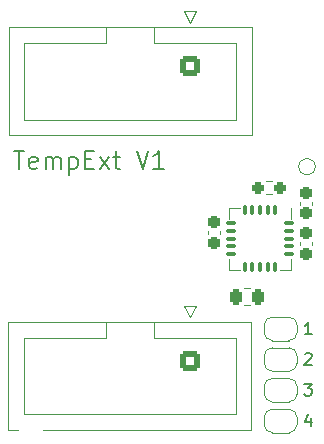
<source format=gto>
G04 #@! TF.GenerationSoftware,KiCad,Pcbnew,6.0.10-86aedd382b~118~ubuntu20.04.1*
G04 #@! TF.CreationDate,2023-01-08T02:49:30+01:00*
G04 #@! TF.ProjectId,TempExt,54656d70-4578-4742-9e6b-696361645f70,rev?*
G04 #@! TF.SameCoordinates,Original*
G04 #@! TF.FileFunction,Legend,Top*
G04 #@! TF.FilePolarity,Positive*
%FSLAX46Y46*%
G04 Gerber Fmt 4.6, Leading zero omitted, Abs format (unit mm)*
G04 Created by KiCad (PCBNEW 6.0.10-86aedd382b~118~ubuntu20.04.1) date 2023-01-08 02:49:30*
%MOMM*%
%LPD*%
G01*
G04 APERTURE LIST*
G04 Aperture macros list*
%AMRoundRect*
0 Rectangle with rounded corners*
0 $1 Rounding radius*
0 $2 $3 $4 $5 $6 $7 $8 $9 X,Y pos of 4 corners*
0 Add a 4 corners polygon primitive as box body*
4,1,4,$2,$3,$4,$5,$6,$7,$8,$9,$2,$3,0*
0 Add four circle primitives for the rounded corners*
1,1,$1+$1,$2,$3*
1,1,$1+$1,$4,$5*
1,1,$1+$1,$6,$7*
1,1,$1+$1,$8,$9*
0 Add four rect primitives between the rounded corners*
20,1,$1+$1,$2,$3,$4,$5,0*
20,1,$1+$1,$4,$5,$6,$7,0*
20,1,$1+$1,$6,$7,$8,$9,0*
20,1,$1+$1,$8,$9,$2,$3,0*%
%AMFreePoly0*
4,1,20,0.000000,0.744959,0.073905,0.744508,0.209726,0.703889,0.328688,0.626782,0.421226,0.519385,0.479903,0.390333,0.500000,0.250000,0.500000,-0.250000,0.499851,-0.262216,0.476331,-0.402017,0.414519,-0.529596,0.319384,-0.634700,0.198574,-0.708877,0.061801,-0.746166,0.000000,-0.745033,0.000000,-0.750000,-0.500000,-0.750000,-0.500000,0.750000,0.000000,0.750000,0.000000,0.744959,
0.000000,0.744959,$1*%
%AMFreePoly1*
4,1,22,0.500000,-0.750000,0.000000,-0.750000,0.000000,-0.745033,-0.079941,-0.743568,-0.215256,-0.701293,-0.333266,-0.622738,-0.424486,-0.514219,-0.481581,-0.384460,-0.499164,-0.250000,-0.500000,-0.250000,-0.500000,0.250000,-0.499164,0.250000,-0.499963,0.256109,-0.478152,0.396186,-0.417904,0.524511,-0.324060,0.630769,-0.204165,0.706417,-0.067858,0.745374,0.000000,0.744959,0.000000,0.750000,
0.500000,0.750000,0.500000,-0.750000,0.500000,-0.750000,$1*%
G04 Aperture macros list end*
%ADD10C,0.200000*%
%ADD11C,0.150000*%
%ADD12C,0.120000*%
%ADD13C,1.000000*%
%ADD14C,2.500000*%
%ADD15RoundRect,0.250000X-0.262500X-0.450000X0.262500X-0.450000X0.262500X0.450000X-0.262500X0.450000X0*%
%ADD16RoundRect,0.250000X-0.600000X0.600000X-0.600000X-0.600000X0.600000X-0.600000X0.600000X0.600000X0*%
%ADD17C,1.700000*%
%ADD18FreePoly0,180.000000*%
%ADD19FreePoly1,180.000000*%
%ADD20C,2.100000*%
%ADD21RoundRect,0.237500X0.237500X-0.300000X0.237500X0.300000X-0.237500X0.300000X-0.237500X-0.300000X0*%
%ADD22RoundRect,0.237500X0.250000X0.237500X-0.250000X0.237500X-0.250000X-0.237500X0.250000X-0.237500X0*%
%ADD23RoundRect,0.237500X-0.237500X0.300000X-0.237500X-0.300000X0.237500X-0.300000X0.237500X0.300000X0*%
%ADD24R,3.250000X3.250000*%
%ADD25RoundRect,0.075000X-0.337500X0.075000X-0.337500X-0.075000X0.337500X-0.075000X0.337500X0.075000X0*%
%ADD26RoundRect,0.075000X-0.075000X0.337500X-0.075000X-0.337500X0.075000X-0.337500X0.075000X0.337500X0*%
G04 APERTURE END LIST*
D10*
X110107142Y-105178571D02*
X110964285Y-105178571D01*
X110535714Y-106678571D02*
X110535714Y-105178571D01*
X112035714Y-106607142D02*
X111892857Y-106678571D01*
X111607142Y-106678571D01*
X111464285Y-106607142D01*
X111392857Y-106464285D01*
X111392857Y-105892857D01*
X111464285Y-105750000D01*
X111607142Y-105678571D01*
X111892857Y-105678571D01*
X112035714Y-105750000D01*
X112107142Y-105892857D01*
X112107142Y-106035714D01*
X111392857Y-106178571D01*
X112750000Y-106678571D02*
X112750000Y-105678571D01*
X112750000Y-105821428D02*
X112821428Y-105750000D01*
X112964285Y-105678571D01*
X113178571Y-105678571D01*
X113321428Y-105750000D01*
X113392857Y-105892857D01*
X113392857Y-106678571D01*
X113392857Y-105892857D02*
X113464285Y-105750000D01*
X113607142Y-105678571D01*
X113821428Y-105678571D01*
X113964285Y-105750000D01*
X114035714Y-105892857D01*
X114035714Y-106678571D01*
X114750000Y-105678571D02*
X114750000Y-107178571D01*
X114750000Y-105750000D02*
X114892857Y-105678571D01*
X115178571Y-105678571D01*
X115321428Y-105750000D01*
X115392857Y-105821428D01*
X115464285Y-105964285D01*
X115464285Y-106392857D01*
X115392857Y-106535714D01*
X115321428Y-106607142D01*
X115178571Y-106678571D01*
X114892857Y-106678571D01*
X114750000Y-106607142D01*
X116107142Y-105892857D02*
X116607142Y-105892857D01*
X116821428Y-106678571D02*
X116107142Y-106678571D01*
X116107142Y-105178571D01*
X116821428Y-105178571D01*
X117321428Y-106678571D02*
X118107142Y-105678571D01*
X117321428Y-105678571D02*
X118107142Y-106678571D01*
X118464285Y-105678571D02*
X119035714Y-105678571D01*
X118678571Y-105178571D02*
X118678571Y-106464285D01*
X118750000Y-106607142D01*
X118892857Y-106678571D01*
X119035714Y-106678571D01*
X120464285Y-105178571D02*
X120964285Y-106678571D01*
X121464285Y-105178571D01*
X122750000Y-106678571D02*
X121892857Y-106678571D01*
X122321428Y-106678571D02*
X122321428Y-105178571D01*
X122178571Y-105392857D01*
X122035714Y-105535714D01*
X121892857Y-105607142D01*
D11*
X135190476Y-127810714D02*
X135190476Y-128477380D01*
X134952380Y-127429761D02*
X134714285Y-128144047D01*
X135333333Y-128144047D01*
X134666666Y-124877380D02*
X135285714Y-124877380D01*
X134952380Y-125258333D01*
X135095238Y-125258333D01*
X135190476Y-125305952D01*
X135238095Y-125353571D01*
X135285714Y-125448809D01*
X135285714Y-125686904D01*
X135238095Y-125782142D01*
X135190476Y-125829761D01*
X135095238Y-125877380D01*
X134809523Y-125877380D01*
X134714285Y-125829761D01*
X134666666Y-125782142D01*
X134714285Y-122372619D02*
X134761904Y-122325000D01*
X134857142Y-122277380D01*
X135095238Y-122277380D01*
X135190476Y-122325000D01*
X135238095Y-122372619D01*
X135285714Y-122467857D01*
X135285714Y-122563095D01*
X135238095Y-122705952D01*
X134666666Y-123277380D01*
X135285714Y-123277380D01*
X135285714Y-120677380D02*
X134714285Y-120677380D01*
X135000000Y-120677380D02*
X135000000Y-119677380D01*
X134904761Y-119820238D01*
X134809523Y-119915476D01*
X134714285Y-119963095D01*
D12*
X135591106Y-106499999D02*
G75*
G03*
X135591106Y-106499999I-700000J0D01*
G01*
X129572936Y-116765000D02*
X130027064Y-116765000D01*
X129572936Y-118235000D02*
X130027064Y-118235000D01*
X109630000Y-94710000D02*
X130210000Y-94710000D01*
X121970000Y-94710000D02*
X121970000Y-96020000D01*
X128910000Y-102520000D02*
X110930000Y-102520000D01*
X125500000Y-93320000D02*
X124500000Y-93320000D01*
X110930000Y-102520000D02*
X110930000Y-96020000D01*
X117870000Y-96020000D02*
X117870000Y-96020000D01*
X128910000Y-96020000D02*
X128910000Y-102520000D01*
X117870000Y-96020000D02*
X117870000Y-94710000D01*
X125000000Y-94320000D02*
X125500000Y-93320000D01*
X109630000Y-103830000D02*
X109630000Y-94710000D01*
X121970000Y-96020000D02*
X128910000Y-96020000D01*
X110930000Y-96020000D02*
X117870000Y-96020000D01*
X124500000Y-93320000D02*
X125000000Y-94320000D01*
X130210000Y-103830000D02*
X109630000Y-103830000D01*
X130210000Y-94710000D02*
X130210000Y-103830000D01*
X131950000Y-127025000D02*
G75*
G03*
X131250000Y-127725000I0J-700000D01*
G01*
X134050000Y-127725000D02*
G75*
G03*
X133350000Y-127025000I-699999J1D01*
G01*
X133350000Y-129025000D02*
G75*
G03*
X134050000Y-128325000I1J699999D01*
G01*
X131250000Y-128325000D02*
G75*
G03*
X131950000Y-129025000I700000J0D01*
G01*
X134050000Y-127725000D02*
X134050000Y-128325000D01*
X131250000Y-128325000D02*
X131250000Y-127725000D01*
X131950000Y-127025000D02*
X133350000Y-127025000D01*
X133350000Y-129025000D02*
X131950000Y-129025000D01*
X131957233Y-124425000D02*
G75*
G03*
X131257233Y-125125000I0J-700000D01*
G01*
X134057233Y-125125000D02*
G75*
G03*
X133357233Y-124425000I-699999J1D01*
G01*
X133357233Y-126425000D02*
G75*
G03*
X134057233Y-125725000I1J699999D01*
G01*
X131257233Y-125725000D02*
G75*
G03*
X131957233Y-126425000I700000J0D01*
G01*
X134057233Y-125125000D02*
X134057233Y-125725000D01*
X131257233Y-125725000D02*
X131257233Y-125125000D01*
X131957233Y-124425000D02*
X133357233Y-124425000D01*
X133357233Y-126425000D02*
X131957233Y-126425000D01*
X131957233Y-121825000D02*
G75*
G03*
X131257233Y-122525000I0J-700000D01*
G01*
X134057233Y-122525000D02*
G75*
G03*
X133357233Y-121825000I-699999J1D01*
G01*
X133357233Y-123825000D02*
G75*
G03*
X134057233Y-123125000I1J699999D01*
G01*
X131257233Y-123125000D02*
G75*
G03*
X131957233Y-123825000I700000J0D01*
G01*
X134057233Y-122525000D02*
X134057233Y-123125000D01*
X131257233Y-123125000D02*
X131257233Y-122525000D01*
X131957233Y-121825000D02*
X133357233Y-121825000D01*
X133357233Y-123825000D02*
X131957233Y-123825000D01*
X133357233Y-121225000D02*
X131957233Y-121225000D01*
X131957233Y-119225000D02*
X133357233Y-119225000D01*
X131257233Y-120525000D02*
X131257233Y-119925000D01*
X134057233Y-119925000D02*
X134057233Y-120525000D01*
X131257233Y-120525000D02*
G75*
G03*
X131957233Y-121225000I700000J0D01*
G01*
X133357233Y-121225000D02*
G75*
G03*
X134057233Y-120525000I1J699999D01*
G01*
X134057233Y-119925000D02*
G75*
G03*
X133357233Y-119225000I-699999J1D01*
G01*
X131957233Y-119225000D02*
G75*
G03*
X131257233Y-119925000I0J-700000D01*
G01*
X135310000Y-109746267D02*
X135310000Y-109453733D01*
X134290000Y-109746267D02*
X134290000Y-109453733D01*
X131939724Y-107752500D02*
X131430276Y-107752500D01*
X131939724Y-108797500D02*
X131430276Y-108797500D01*
X126490000Y-111928733D02*
X126490000Y-112221267D01*
X127510000Y-111928733D02*
X127510000Y-112221267D01*
X133510000Y-110890000D02*
X133510000Y-109990000D01*
X128290000Y-110890000D02*
X128290000Y-109990000D01*
X128290000Y-114310000D02*
X128290000Y-115210000D01*
X133510000Y-114310000D02*
X133510000Y-115210000D01*
X128290000Y-115210000D02*
X129190000Y-115210000D01*
X128290000Y-109990000D02*
X129190000Y-109990000D01*
X133510000Y-115210000D02*
X132610000Y-115210000D01*
X135310000Y-112853733D02*
X135310000Y-113146267D01*
X134290000Y-112853733D02*
X134290000Y-113146267D01*
X110910000Y-120967500D02*
X117850000Y-120967500D01*
X117850000Y-120967500D02*
X117850000Y-120967500D01*
X128890000Y-120967500D02*
X128890000Y-127467500D01*
X130190000Y-128777500D02*
X109610000Y-128777500D01*
X128890000Y-127467500D02*
X110910000Y-127467500D01*
X109610000Y-128777500D02*
X109610000Y-119657500D01*
X121950000Y-119657500D02*
X121950000Y-120967500D01*
X124980000Y-119267500D02*
X125480000Y-118267500D01*
X124480000Y-118267500D02*
X124980000Y-119267500D01*
X109610000Y-119657500D02*
X130190000Y-119657500D01*
X121950000Y-120967500D02*
X128890000Y-120967500D01*
X110910000Y-127467500D02*
X110910000Y-120967500D01*
X130190000Y-119657500D02*
X130190000Y-128777500D01*
X117850000Y-120967500D02*
X117850000Y-119657500D01*
X125480000Y-118267500D02*
X124480000Y-118267500D01*
%LPC*%
D13*
X134891106Y-106499999D03*
D14*
X121232233Y-113767767D03*
X124767767Y-113767767D03*
X124767767Y-110232233D03*
X121232233Y-110232233D03*
D15*
X128887500Y-117500000D03*
X130712500Y-117500000D03*
D16*
X125000000Y-98000000D03*
D17*
X125000000Y-100540000D03*
X122460000Y-98000000D03*
X122460000Y-100540000D03*
X119920000Y-98000000D03*
X119920000Y-100540000D03*
X117380000Y-98000000D03*
X117380000Y-100540000D03*
X114840000Y-98000000D03*
X114840000Y-100540000D03*
D18*
X132000000Y-128025000D03*
D19*
X133300000Y-128025000D03*
D18*
X132007233Y-125425000D03*
D19*
X133307233Y-125425000D03*
D18*
X132007233Y-122825000D03*
D19*
X133307233Y-122825000D03*
X133307233Y-120225000D03*
D18*
X132007233Y-120225000D03*
D20*
X111500000Y-128500000D03*
D21*
X134800000Y-108737500D03*
X134800000Y-110462500D03*
D22*
X130772500Y-108275000D03*
X132597500Y-108275000D03*
D23*
X127000000Y-112937500D03*
X127000000Y-111212500D03*
D24*
X130900000Y-112600000D03*
D25*
X133337500Y-111300000D03*
X133337500Y-111950000D03*
X133337500Y-112600000D03*
X133337500Y-113250000D03*
X133337500Y-113900000D03*
D26*
X132200000Y-115037500D03*
X131550000Y-115037500D03*
X130900000Y-115037500D03*
X130250000Y-115037500D03*
X129600000Y-115037500D03*
D25*
X128462500Y-113900000D03*
X128462500Y-113250000D03*
X128462500Y-112600000D03*
X128462500Y-111950000D03*
X128462500Y-111300000D03*
D26*
X129600000Y-110162500D03*
X130250000Y-110162500D03*
X130900000Y-110162500D03*
X131550000Y-110162500D03*
X132200000Y-110162500D03*
D23*
X134800000Y-113862500D03*
X134800000Y-112137500D03*
D17*
X114820000Y-125487500D03*
X114820000Y-122947500D03*
X117360000Y-125487500D03*
X117360000Y-122947500D03*
X119900000Y-125487500D03*
X119900000Y-122947500D03*
X122440000Y-125487500D03*
X122440000Y-122947500D03*
X124980000Y-125487500D03*
D16*
X124980000Y-122947500D03*
D20*
X134500000Y-95500000D03*
M02*

</source>
